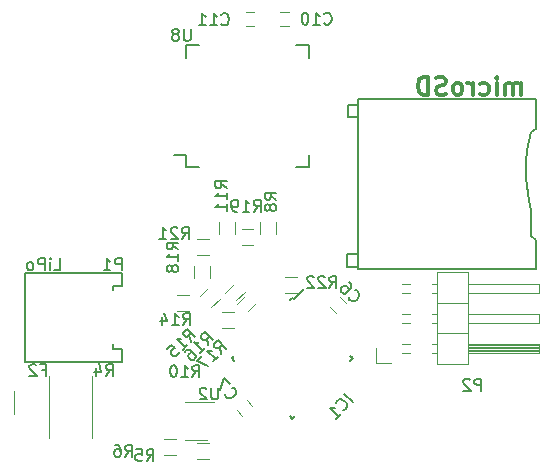
<source format=gbo>
G04 #@! TF.FileFunction,Legend,Bot*
%FSLAX46Y46*%
G04 Gerber Fmt 4.6, Leading zero omitted, Abs format (unit mm)*
G04 Created by KiCad (PCBNEW 4.0.6) date 07/07/17 15:40:45*
%MOMM*%
%LPD*%
G01*
G04 APERTURE LIST*
%ADD10C,0.100000*%
%ADD11C,0.150000*%
%ADD12C,0.120000*%
%ADD13C,0.200000*%
%ADD14C,0.304800*%
G04 APERTURE END LIST*
D10*
D11*
X44721000Y-44795000D02*
X44721000Y-43795000D01*
X55071000Y-44795000D02*
X55071000Y-43720000D01*
X55071000Y-34445000D02*
X55071000Y-35520000D01*
X44721000Y-34445000D02*
X44721000Y-35520000D01*
X44721000Y-44795000D02*
X45796000Y-44795000D01*
X44721000Y-34445000D02*
X45796000Y-34445000D01*
X55071000Y-34445000D02*
X53996000Y-34445000D01*
X55071000Y-44795000D02*
X53996000Y-44795000D01*
X44721000Y-43795000D02*
X43696000Y-43795000D01*
D12*
X48750000Y-57020000D02*
X47750000Y-57020000D01*
X47750000Y-58380000D02*
X48750000Y-58380000D01*
X58202081Y-56303553D02*
X57707107Y-55808579D01*
X56858579Y-56657107D02*
X57353553Y-57152081D01*
X50321751Y-64973223D02*
X49826777Y-64478249D01*
X48978249Y-65326777D02*
X49473223Y-65821751D01*
X30120000Y-63700000D02*
X30120000Y-65700000D01*
X33080000Y-65700000D02*
X33080000Y-63700000D01*
D11*
X53700000Y-55823476D02*
X53859099Y-55982575D01*
X48573476Y-60950000D02*
X48785608Y-61162132D01*
X53700000Y-66076524D02*
X53487868Y-65864392D01*
X58826524Y-60950000D02*
X58614392Y-60737868D01*
X53700000Y-55823476D02*
X53487868Y-56035608D01*
X58826524Y-60950000D02*
X58614392Y-61162132D01*
X53700000Y-66076524D02*
X53912132Y-65864392D01*
X48573476Y-60950000D02*
X48785608Y-60737868D01*
X53859099Y-55982575D02*
X54725305Y-55116369D01*
X38500000Y-55200000D02*
X38500000Y-54850000D01*
X31100000Y-61250000D02*
X39300000Y-61250000D01*
X39300000Y-61250000D02*
X39300000Y-60150000D01*
X39300000Y-60150000D02*
X38500000Y-60150000D01*
X38500000Y-60150000D02*
X38500000Y-59800000D01*
X38500000Y-54850000D02*
X39300000Y-54850000D01*
X39300000Y-54850000D02*
X39300000Y-53750000D01*
X39300000Y-53750000D02*
X31100000Y-53750000D01*
X31100000Y-53750000D02*
X31100000Y-61250000D01*
D12*
X65940000Y-61430000D02*
X65940000Y-58830000D01*
X65940000Y-58830000D02*
X68560000Y-58830000D01*
X68560000Y-58830000D02*
X68560000Y-61430000D01*
X68560000Y-61430000D02*
X65940000Y-61430000D01*
X68560000Y-60480000D02*
X68560000Y-59720000D01*
X68560000Y-59720000D02*
X74560000Y-59720000D01*
X74560000Y-59720000D02*
X74560000Y-60480000D01*
X74560000Y-60480000D02*
X68560000Y-60480000D01*
X65510000Y-60480000D02*
X65940000Y-60480000D01*
X65510000Y-59720000D02*
X65940000Y-59720000D01*
X62970000Y-60480000D02*
X63690000Y-60480000D01*
X62970000Y-59720000D02*
X63690000Y-59720000D01*
X68560000Y-60360000D02*
X74560000Y-60360000D01*
X68560000Y-60240000D02*
X74560000Y-60240000D01*
X68560000Y-60120000D02*
X74560000Y-60120000D01*
X68560000Y-60000000D02*
X74560000Y-60000000D01*
X68560000Y-59880000D02*
X74560000Y-59880000D01*
X68560000Y-59760000D02*
X74560000Y-59760000D01*
X65940000Y-58830000D02*
X65940000Y-56290000D01*
X65940000Y-56290000D02*
X68560000Y-56290000D01*
X68560000Y-56290000D02*
X68560000Y-58830000D01*
X68560000Y-58830000D02*
X65940000Y-58830000D01*
X68560000Y-57940000D02*
X68560000Y-57180000D01*
X68560000Y-57180000D02*
X74560000Y-57180000D01*
X74560000Y-57180000D02*
X74560000Y-57940000D01*
X74560000Y-57940000D02*
X68560000Y-57940000D01*
X65510000Y-57940000D02*
X65940000Y-57940000D01*
X65510000Y-57180000D02*
X65940000Y-57180000D01*
X62970000Y-57940000D02*
X63690000Y-57940000D01*
X62970000Y-57180000D02*
X63690000Y-57180000D01*
X65940000Y-56290000D02*
X65940000Y-53690000D01*
X65940000Y-53690000D02*
X68560000Y-53690000D01*
X68560000Y-53690000D02*
X68560000Y-56290000D01*
X68560000Y-56290000D02*
X65940000Y-56290000D01*
X68560000Y-55400000D02*
X68560000Y-54640000D01*
X68560000Y-54640000D02*
X74560000Y-54640000D01*
X74560000Y-54640000D02*
X74560000Y-55400000D01*
X74560000Y-55400000D02*
X68560000Y-55400000D01*
X65510000Y-55400000D02*
X65940000Y-55400000D01*
X65510000Y-54640000D02*
X65940000Y-54640000D01*
X62970000Y-55400000D02*
X63690000Y-55400000D01*
X62970000Y-54640000D02*
X63690000Y-54640000D01*
X60790000Y-60100000D02*
X60790000Y-61370000D01*
X60790000Y-61370000D02*
X62060000Y-61370000D01*
X33080000Y-62500000D02*
X33080000Y-67700000D01*
X36720000Y-67700000D02*
X36720000Y-62500000D01*
X45650000Y-69480000D02*
X46650000Y-69480000D01*
X46650000Y-68120000D02*
X45650000Y-68120000D01*
X42850000Y-69130000D02*
X43850000Y-69130000D01*
X43850000Y-67770000D02*
X42850000Y-67770000D01*
X52280000Y-50425000D02*
X52280000Y-49425000D01*
X50920000Y-49425000D02*
X50920000Y-50425000D01*
X48880000Y-50425000D02*
X48880000Y-49425000D01*
X47520000Y-49425000D02*
X47520000Y-50425000D01*
X43950000Y-56980000D02*
X44950000Y-56980000D01*
X44950000Y-55620000D02*
X43950000Y-55620000D01*
X46827279Y-56659386D02*
X47534386Y-55952279D01*
X46572721Y-54990614D02*
X45865614Y-55697721D01*
X48977279Y-56384386D02*
X49684386Y-55677279D01*
X48722721Y-54715614D02*
X48015614Y-55422721D01*
X49927279Y-56984386D02*
X50634386Y-56277279D01*
X49672721Y-55315614D02*
X48965614Y-56022721D01*
X46755000Y-54150000D02*
X46755000Y-53150000D01*
X45395000Y-53150000D02*
X45395000Y-54150000D01*
X49400000Y-51355000D02*
X50400000Y-51355000D01*
X50400000Y-49995000D02*
X49400000Y-49995000D01*
X46600000Y-50870000D02*
X45600000Y-50870000D01*
X45600000Y-52230000D02*
X46600000Y-52230000D01*
X54075000Y-54070000D02*
X53075000Y-54070000D01*
X53075000Y-55430000D02*
X54075000Y-55430000D01*
X46450000Y-67910000D02*
X44650000Y-67910000D01*
X44650000Y-64690000D02*
X47100000Y-64690000D01*
X50463500Y-31658000D02*
X49763500Y-31658000D01*
X49763500Y-32858000D02*
X50463500Y-32858000D01*
D13*
X73593960Y-43327320D02*
X73893680Y-41828720D01*
X73893680Y-48427640D02*
X73693020Y-47627540D01*
X73693020Y-47627540D02*
X73494900Y-45727620D01*
X73494900Y-45727620D02*
X73494900Y-44427140D01*
X73494900Y-44427140D02*
X73593960Y-43327320D01*
X73893680Y-48427640D02*
X73893680Y-50627280D01*
X73893680Y-50629820D02*
X74295000Y-50929540D01*
X74295000Y-41529000D02*
X74295000Y-39027100D01*
X74295000Y-50927000D02*
X74295000Y-53428900D01*
X74295000Y-41529000D02*
X73893680Y-41828720D01*
X58293000Y-52128420D02*
X58293000Y-53228240D01*
X58293000Y-52128420D02*
X59293760Y-52128420D01*
X59293760Y-53228240D02*
X58293000Y-53228240D01*
X58394600Y-40528240D02*
X58394600Y-39527480D01*
X59293760Y-40528240D02*
X58394600Y-40528240D01*
X58394600Y-39527480D02*
X59293760Y-39527480D01*
X74295000Y-39027100D02*
X59293760Y-39027100D01*
X59293760Y-39027100D02*
X59293760Y-53428900D01*
X59293760Y-53428900D02*
X74295000Y-53428900D01*
D12*
X52684500Y-32858000D02*
X53384500Y-32858000D01*
X53384500Y-31658000D02*
X52684500Y-31658000D01*
D11*
X45084905Y-33107381D02*
X45084905Y-33916905D01*
X45037286Y-34012143D01*
X44989667Y-34059762D01*
X44894429Y-34107381D01*
X44703952Y-34107381D01*
X44608714Y-34059762D01*
X44561095Y-34012143D01*
X44513476Y-33916905D01*
X44513476Y-33107381D01*
X43894429Y-33535952D02*
X43989667Y-33488333D01*
X44037286Y-33440714D01*
X44084905Y-33345476D01*
X44084905Y-33297857D01*
X44037286Y-33202619D01*
X43989667Y-33155000D01*
X43894429Y-33107381D01*
X43703952Y-33107381D01*
X43608714Y-33155000D01*
X43561095Y-33202619D01*
X43513476Y-33297857D01*
X43513476Y-33345476D01*
X43561095Y-33440714D01*
X43608714Y-33488333D01*
X43703952Y-33535952D01*
X43894429Y-33535952D01*
X43989667Y-33583571D01*
X44037286Y-33631190D01*
X44084905Y-33726429D01*
X44084905Y-33916905D01*
X44037286Y-34012143D01*
X43989667Y-34059762D01*
X43894429Y-34107381D01*
X43703952Y-34107381D01*
X43608714Y-34059762D01*
X43561095Y-34012143D01*
X43513476Y-33916905D01*
X43513476Y-33726429D01*
X43561095Y-33631190D01*
X43608714Y-33583571D01*
X43703952Y-33535952D01*
X45242857Y-62552381D02*
X45576191Y-62076190D01*
X45814286Y-62552381D02*
X45814286Y-61552381D01*
X45433333Y-61552381D01*
X45338095Y-61600000D01*
X45290476Y-61647619D01*
X45242857Y-61742857D01*
X45242857Y-61885714D01*
X45290476Y-61980952D01*
X45338095Y-62028571D01*
X45433333Y-62076190D01*
X45814286Y-62076190D01*
X44290476Y-62552381D02*
X44861905Y-62552381D01*
X44576191Y-62552381D02*
X44576191Y-61552381D01*
X44671429Y-61695238D01*
X44766667Y-61790476D01*
X44861905Y-61838095D01*
X43671429Y-61552381D02*
X43576190Y-61552381D01*
X43480952Y-61600000D01*
X43433333Y-61647619D01*
X43385714Y-61742857D01*
X43338095Y-61933333D01*
X43338095Y-62171429D01*
X43385714Y-62361905D01*
X43433333Y-62457143D01*
X43480952Y-62504762D01*
X43576190Y-62552381D01*
X43671429Y-62552381D01*
X43766667Y-62504762D01*
X43814286Y-62457143D01*
X43861905Y-62361905D01*
X43909524Y-62171429D01*
X43909524Y-61933333D01*
X43861905Y-61742857D01*
X43814286Y-61647619D01*
X43766667Y-61600000D01*
X43671429Y-61552381D01*
X58456302Y-55790059D02*
X58456302Y-55857402D01*
X58523646Y-55992089D01*
X58590989Y-56059433D01*
X58725677Y-56126777D01*
X58860364Y-56126777D01*
X58961379Y-56093105D01*
X59129737Y-55992090D01*
X59230753Y-55891074D01*
X59331768Y-55722715D01*
X59365440Y-55621700D01*
X59365440Y-55487013D01*
X59298096Y-55352326D01*
X59230753Y-55284982D01*
X59096066Y-55217639D01*
X59028722Y-55217639D01*
X58489974Y-54544204D02*
X58624662Y-54678892D01*
X58658333Y-54779907D01*
X58658333Y-54847250D01*
X58624662Y-55015609D01*
X58523647Y-55183967D01*
X58254272Y-55453342D01*
X58153257Y-55487013D01*
X58085914Y-55487013D01*
X57984898Y-55453342D01*
X57850211Y-55318654D01*
X57816539Y-55217639D01*
X57816539Y-55150296D01*
X57850211Y-55049280D01*
X58018569Y-54880922D01*
X58119585Y-54847249D01*
X58186929Y-54847249D01*
X58287944Y-54880921D01*
X58422631Y-55015609D01*
X58456303Y-55116624D01*
X58456303Y-55183967D01*
X58422631Y-55284983D01*
X48015312Y-64020389D02*
X48015312Y-64087732D01*
X48082656Y-64222419D01*
X48149999Y-64289763D01*
X48284687Y-64357107D01*
X48419374Y-64357107D01*
X48520389Y-64323435D01*
X48688747Y-64222420D01*
X48789763Y-64121404D01*
X48890778Y-63953045D01*
X48924450Y-63852030D01*
X48924450Y-63717343D01*
X48857106Y-63582656D01*
X48789763Y-63515312D01*
X48655076Y-63447969D01*
X48587732Y-63447969D01*
X48419374Y-63144924D02*
X47947969Y-62673519D01*
X47543908Y-63683672D01*
X32483333Y-61928571D02*
X32816667Y-61928571D01*
X32816667Y-62452381D02*
X32816667Y-61452381D01*
X32340476Y-61452381D01*
X32007143Y-61547619D02*
X31959524Y-61500000D01*
X31864286Y-61452381D01*
X31626190Y-61452381D01*
X31530952Y-61500000D01*
X31483333Y-61547619D01*
X31435714Y-61642857D01*
X31435714Y-61738095D01*
X31483333Y-61880952D01*
X32054762Y-62452381D01*
X31435714Y-62452381D01*
X58810152Y-64679611D02*
X58103045Y-63972504D01*
X58002030Y-65353046D02*
X58069374Y-65353046D01*
X58204061Y-65285703D01*
X58271404Y-65218359D01*
X58338748Y-65083672D01*
X58338748Y-64948985D01*
X58305076Y-64847970D01*
X58204061Y-64679611D01*
X58103045Y-64578595D01*
X57934687Y-64477580D01*
X57833672Y-64443908D01*
X57698985Y-64443908D01*
X57564297Y-64511253D01*
X57496954Y-64578596D01*
X57429610Y-64713283D01*
X57429610Y-64780626D01*
X57395939Y-66093825D02*
X57800000Y-65689763D01*
X57597970Y-65891794D02*
X56890863Y-65184687D01*
X57059222Y-65218359D01*
X57193908Y-65218359D01*
X57294924Y-65184687D01*
X39238095Y-53502381D02*
X39238095Y-52502381D01*
X38857142Y-52502381D01*
X38761904Y-52550000D01*
X38714285Y-52597619D01*
X38666666Y-52692857D01*
X38666666Y-52835714D01*
X38714285Y-52930952D01*
X38761904Y-52978571D01*
X38857142Y-53026190D01*
X39238095Y-53026190D01*
X37714285Y-53502381D02*
X38285714Y-53502381D01*
X38000000Y-53502381D02*
X38000000Y-52502381D01*
X38095238Y-52645238D01*
X38190476Y-52740476D01*
X38285714Y-52788095D01*
X33530952Y-53502381D02*
X34007143Y-53502381D01*
X34007143Y-52502381D01*
X33197619Y-53502381D02*
X33197619Y-52835714D01*
X33197619Y-52502381D02*
X33245238Y-52550000D01*
X33197619Y-52597619D01*
X33150000Y-52550000D01*
X33197619Y-52502381D01*
X33197619Y-52597619D01*
X32721429Y-53502381D02*
X32721429Y-52502381D01*
X32340476Y-52502381D01*
X32245238Y-52550000D01*
X32197619Y-52597619D01*
X32150000Y-52692857D01*
X32150000Y-52835714D01*
X32197619Y-52930952D01*
X32245238Y-52978571D01*
X32340476Y-53026190D01*
X32721429Y-53026190D01*
X31578572Y-53502381D02*
X31673810Y-53454762D01*
X31721429Y-53407143D01*
X31769048Y-53311905D01*
X31769048Y-53026190D01*
X31721429Y-52930952D01*
X31673810Y-52883333D01*
X31578572Y-52835714D01*
X31435714Y-52835714D01*
X31340476Y-52883333D01*
X31292857Y-52930952D01*
X31245238Y-53026190D01*
X31245238Y-53311905D01*
X31292857Y-53407143D01*
X31340476Y-53454762D01*
X31435714Y-53502381D01*
X31578572Y-53502381D01*
X69688095Y-63702381D02*
X69688095Y-62702381D01*
X69307142Y-62702381D01*
X69211904Y-62750000D01*
X69164285Y-62797619D01*
X69116666Y-62892857D01*
X69116666Y-63035714D01*
X69164285Y-63130952D01*
X69211904Y-63178571D01*
X69307142Y-63226190D01*
X69688095Y-63226190D01*
X68735714Y-62797619D02*
X68688095Y-62750000D01*
X68592857Y-62702381D01*
X68354761Y-62702381D01*
X68259523Y-62750000D01*
X68211904Y-62797619D01*
X68164285Y-62892857D01*
X68164285Y-62988095D01*
X68211904Y-63130952D01*
X68783333Y-63702381D01*
X68164285Y-63702381D01*
X37916666Y-62452381D02*
X38250000Y-61976190D01*
X38488095Y-62452381D02*
X38488095Y-61452381D01*
X38107142Y-61452381D01*
X38011904Y-61500000D01*
X37964285Y-61547619D01*
X37916666Y-61642857D01*
X37916666Y-61785714D01*
X37964285Y-61880952D01*
X38011904Y-61928571D01*
X38107142Y-61976190D01*
X38488095Y-61976190D01*
X37059523Y-61785714D02*
X37059523Y-62452381D01*
X37297619Y-61404762D02*
X37535714Y-62119048D01*
X36916666Y-62119048D01*
X41366666Y-69652381D02*
X41700000Y-69176190D01*
X41938095Y-69652381D02*
X41938095Y-68652381D01*
X41557142Y-68652381D01*
X41461904Y-68700000D01*
X41414285Y-68747619D01*
X41366666Y-68842857D01*
X41366666Y-68985714D01*
X41414285Y-69080952D01*
X41461904Y-69128571D01*
X41557142Y-69176190D01*
X41938095Y-69176190D01*
X40461904Y-68652381D02*
X40938095Y-68652381D01*
X40985714Y-69128571D01*
X40938095Y-69080952D01*
X40842857Y-69033333D01*
X40604761Y-69033333D01*
X40509523Y-69080952D01*
X40461904Y-69128571D01*
X40414285Y-69223810D01*
X40414285Y-69461905D01*
X40461904Y-69557143D01*
X40509523Y-69604762D01*
X40604761Y-69652381D01*
X40842857Y-69652381D01*
X40938095Y-69604762D01*
X40985714Y-69557143D01*
X39566666Y-69302381D02*
X39900000Y-68826190D01*
X40138095Y-69302381D02*
X40138095Y-68302381D01*
X39757142Y-68302381D01*
X39661904Y-68350000D01*
X39614285Y-68397619D01*
X39566666Y-68492857D01*
X39566666Y-68635714D01*
X39614285Y-68730952D01*
X39661904Y-68778571D01*
X39757142Y-68826190D01*
X40138095Y-68826190D01*
X38709523Y-68302381D02*
X38900000Y-68302381D01*
X38995238Y-68350000D01*
X39042857Y-68397619D01*
X39138095Y-68540476D01*
X39185714Y-68730952D01*
X39185714Y-69111905D01*
X39138095Y-69207143D01*
X39090476Y-69254762D01*
X38995238Y-69302381D01*
X38804761Y-69302381D01*
X38709523Y-69254762D01*
X38661904Y-69207143D01*
X38614285Y-69111905D01*
X38614285Y-68873810D01*
X38661904Y-68778571D01*
X38709523Y-68730952D01*
X38804761Y-68683333D01*
X38995238Y-68683333D01*
X39090476Y-68730952D01*
X39138095Y-68778571D01*
X39185714Y-68873810D01*
X52352381Y-47533334D02*
X51876190Y-47200000D01*
X52352381Y-46961905D02*
X51352381Y-46961905D01*
X51352381Y-47342858D01*
X51400000Y-47438096D01*
X51447619Y-47485715D01*
X51542857Y-47533334D01*
X51685714Y-47533334D01*
X51780952Y-47485715D01*
X51828571Y-47438096D01*
X51876190Y-47342858D01*
X51876190Y-46961905D01*
X51780952Y-48104762D02*
X51733333Y-48009524D01*
X51685714Y-47961905D01*
X51590476Y-47914286D01*
X51542857Y-47914286D01*
X51447619Y-47961905D01*
X51400000Y-48009524D01*
X51352381Y-48104762D01*
X51352381Y-48295239D01*
X51400000Y-48390477D01*
X51447619Y-48438096D01*
X51542857Y-48485715D01*
X51590476Y-48485715D01*
X51685714Y-48438096D01*
X51733333Y-48390477D01*
X51780952Y-48295239D01*
X51780952Y-48104762D01*
X51828571Y-48009524D01*
X51876190Y-47961905D01*
X51971429Y-47914286D01*
X52161905Y-47914286D01*
X52257143Y-47961905D01*
X52304762Y-48009524D01*
X52352381Y-48104762D01*
X52352381Y-48295239D01*
X52304762Y-48390477D01*
X52257143Y-48438096D01*
X52161905Y-48485715D01*
X51971429Y-48485715D01*
X51876190Y-48438096D01*
X51828571Y-48390477D01*
X51780952Y-48295239D01*
X48152381Y-46557143D02*
X47676190Y-46223809D01*
X48152381Y-45985714D02*
X47152381Y-45985714D01*
X47152381Y-46366667D01*
X47200000Y-46461905D01*
X47247619Y-46509524D01*
X47342857Y-46557143D01*
X47485714Y-46557143D01*
X47580952Y-46509524D01*
X47628571Y-46461905D01*
X47676190Y-46366667D01*
X47676190Y-45985714D01*
X48152381Y-47509524D02*
X48152381Y-46938095D01*
X48152381Y-47223809D02*
X47152381Y-47223809D01*
X47295238Y-47128571D01*
X47390476Y-47033333D01*
X47438095Y-46938095D01*
X48152381Y-48461905D02*
X48152381Y-47890476D01*
X48152381Y-48176190D02*
X47152381Y-48176190D01*
X47295238Y-48080952D01*
X47390476Y-47985714D01*
X47438095Y-47890476D01*
X44442857Y-58152381D02*
X44776191Y-57676190D01*
X45014286Y-58152381D02*
X45014286Y-57152381D01*
X44633333Y-57152381D01*
X44538095Y-57200000D01*
X44490476Y-57247619D01*
X44442857Y-57342857D01*
X44442857Y-57485714D01*
X44490476Y-57580952D01*
X44538095Y-57628571D01*
X44633333Y-57676190D01*
X45014286Y-57676190D01*
X43490476Y-58152381D02*
X44061905Y-58152381D01*
X43776191Y-58152381D02*
X43776191Y-57152381D01*
X43871429Y-57295238D01*
X43966667Y-57390476D01*
X44061905Y-57438095D01*
X42633333Y-57485714D02*
X42633333Y-58152381D01*
X42871429Y-57104762D02*
X43109524Y-57819048D01*
X42490476Y-57819048D01*
X45074450Y-59565313D02*
X44973435Y-58992893D01*
X45478512Y-59161252D02*
X44771405Y-58454145D01*
X44502030Y-58723519D01*
X44468359Y-58824535D01*
X44468359Y-58891878D01*
X44502030Y-58992893D01*
X44603045Y-59093908D01*
X44704061Y-59127580D01*
X44771404Y-59127580D01*
X44872419Y-59093908D01*
X45141794Y-58824534D01*
X44401015Y-60238748D02*
X44805076Y-59834687D01*
X44603046Y-60036717D02*
X43895939Y-59329610D01*
X44064298Y-59363282D01*
X44198985Y-59363282D01*
X44300000Y-59329610D01*
X43054145Y-60171405D02*
X43390863Y-59834687D01*
X43761252Y-60137732D01*
X43693908Y-60137732D01*
X43592893Y-60171404D01*
X43424534Y-60339763D01*
X43390862Y-60440778D01*
X43390862Y-60508122D01*
X43424535Y-60609138D01*
X43592893Y-60777496D01*
X43693908Y-60811168D01*
X43761252Y-60811168D01*
X43862267Y-60777496D01*
X44030626Y-60609137D01*
X44064298Y-60508122D01*
X44064298Y-60440778D01*
X46574450Y-59865313D02*
X46473435Y-59292893D01*
X46978512Y-59461252D02*
X46271405Y-58754145D01*
X46002030Y-59023519D01*
X45968359Y-59124535D01*
X45968359Y-59191878D01*
X46002030Y-59292893D01*
X46103045Y-59393908D01*
X46204061Y-59427580D01*
X46271404Y-59427580D01*
X46372419Y-59393908D01*
X46641794Y-59124534D01*
X45901015Y-60538748D02*
X46305076Y-60134687D01*
X46103046Y-60336717D02*
X45395939Y-59629610D01*
X45564298Y-59663282D01*
X45698985Y-59663282D01*
X45800000Y-59629610D01*
X44587817Y-60437733D02*
X44722504Y-60303045D01*
X44823519Y-60269374D01*
X44890863Y-60269374D01*
X45059222Y-60303045D01*
X45227580Y-60404061D01*
X45496955Y-60673435D01*
X45530626Y-60774450D01*
X45530626Y-60841794D01*
X45496955Y-60942809D01*
X45362267Y-61077496D01*
X45261252Y-61111168D01*
X45193908Y-61111168D01*
X45092893Y-61077496D01*
X44924535Y-60909138D01*
X44890862Y-60808122D01*
X44890862Y-60740778D01*
X44924534Y-60639763D01*
X45059222Y-60505076D01*
X45160237Y-60471404D01*
X45227580Y-60471404D01*
X45328596Y-60505076D01*
X47674450Y-60565313D02*
X47573435Y-59992893D01*
X48078512Y-60161252D02*
X47371405Y-59454145D01*
X47102030Y-59723519D01*
X47068359Y-59824535D01*
X47068359Y-59891878D01*
X47102030Y-59992893D01*
X47203045Y-60093908D01*
X47304061Y-60127580D01*
X47371404Y-60127580D01*
X47472419Y-60093908D01*
X47741794Y-59824534D01*
X47001015Y-61238748D02*
X47405076Y-60834687D01*
X47203046Y-61036717D02*
X46495939Y-60329610D01*
X46664298Y-60363282D01*
X46798985Y-60363282D01*
X46900000Y-60329610D01*
X46058206Y-60767343D02*
X45586802Y-61238748D01*
X46596955Y-61642809D01*
X44052381Y-51757143D02*
X43576190Y-51423809D01*
X44052381Y-51185714D02*
X43052381Y-51185714D01*
X43052381Y-51566667D01*
X43100000Y-51661905D01*
X43147619Y-51709524D01*
X43242857Y-51757143D01*
X43385714Y-51757143D01*
X43480952Y-51709524D01*
X43528571Y-51661905D01*
X43576190Y-51566667D01*
X43576190Y-51185714D01*
X44052381Y-52709524D02*
X44052381Y-52138095D01*
X44052381Y-52423809D02*
X43052381Y-52423809D01*
X43195238Y-52328571D01*
X43290476Y-52233333D01*
X43338095Y-52138095D01*
X43480952Y-53280952D02*
X43433333Y-53185714D01*
X43385714Y-53138095D01*
X43290476Y-53090476D01*
X43242857Y-53090476D01*
X43147619Y-53138095D01*
X43100000Y-53185714D01*
X43052381Y-53280952D01*
X43052381Y-53471429D01*
X43100000Y-53566667D01*
X43147619Y-53614286D01*
X43242857Y-53661905D01*
X43290476Y-53661905D01*
X43385714Y-53614286D01*
X43433333Y-53566667D01*
X43480952Y-53471429D01*
X43480952Y-53280952D01*
X43528571Y-53185714D01*
X43576190Y-53138095D01*
X43671429Y-53090476D01*
X43861905Y-53090476D01*
X43957143Y-53138095D01*
X44004762Y-53185714D01*
X44052381Y-53280952D01*
X44052381Y-53471429D01*
X44004762Y-53566667D01*
X43957143Y-53614286D01*
X43861905Y-53661905D01*
X43671429Y-53661905D01*
X43576190Y-53614286D01*
X43528571Y-53566667D01*
X43480952Y-53471429D01*
X50442857Y-48552381D02*
X50776191Y-48076190D01*
X51014286Y-48552381D02*
X51014286Y-47552381D01*
X50633333Y-47552381D01*
X50538095Y-47600000D01*
X50490476Y-47647619D01*
X50442857Y-47742857D01*
X50442857Y-47885714D01*
X50490476Y-47980952D01*
X50538095Y-48028571D01*
X50633333Y-48076190D01*
X51014286Y-48076190D01*
X49490476Y-48552381D02*
X50061905Y-48552381D01*
X49776191Y-48552381D02*
X49776191Y-47552381D01*
X49871429Y-47695238D01*
X49966667Y-47790476D01*
X50061905Y-47838095D01*
X49014286Y-48552381D02*
X48823810Y-48552381D01*
X48728571Y-48504762D01*
X48680952Y-48457143D01*
X48585714Y-48314286D01*
X48538095Y-48123810D01*
X48538095Y-47742857D01*
X48585714Y-47647619D01*
X48633333Y-47600000D01*
X48728571Y-47552381D01*
X48919048Y-47552381D01*
X49014286Y-47600000D01*
X49061905Y-47647619D01*
X49109524Y-47742857D01*
X49109524Y-47980952D01*
X49061905Y-48076190D01*
X49014286Y-48123810D01*
X48919048Y-48171429D01*
X48728571Y-48171429D01*
X48633333Y-48123810D01*
X48585714Y-48076190D01*
X48538095Y-47980952D01*
X44342857Y-50852381D02*
X44676191Y-50376190D01*
X44914286Y-50852381D02*
X44914286Y-49852381D01*
X44533333Y-49852381D01*
X44438095Y-49900000D01*
X44390476Y-49947619D01*
X44342857Y-50042857D01*
X44342857Y-50185714D01*
X44390476Y-50280952D01*
X44438095Y-50328571D01*
X44533333Y-50376190D01*
X44914286Y-50376190D01*
X43961905Y-49947619D02*
X43914286Y-49900000D01*
X43819048Y-49852381D01*
X43580952Y-49852381D01*
X43485714Y-49900000D01*
X43438095Y-49947619D01*
X43390476Y-50042857D01*
X43390476Y-50138095D01*
X43438095Y-50280952D01*
X44009524Y-50852381D01*
X43390476Y-50852381D01*
X42438095Y-50852381D02*
X43009524Y-50852381D01*
X42723810Y-50852381D02*
X42723810Y-49852381D01*
X42819048Y-49995238D01*
X42914286Y-50090476D01*
X43009524Y-50138095D01*
X56842857Y-55002381D02*
X57176191Y-54526190D01*
X57414286Y-55002381D02*
X57414286Y-54002381D01*
X57033333Y-54002381D01*
X56938095Y-54050000D01*
X56890476Y-54097619D01*
X56842857Y-54192857D01*
X56842857Y-54335714D01*
X56890476Y-54430952D01*
X56938095Y-54478571D01*
X57033333Y-54526190D01*
X57414286Y-54526190D01*
X56461905Y-54097619D02*
X56414286Y-54050000D01*
X56319048Y-54002381D01*
X56080952Y-54002381D01*
X55985714Y-54050000D01*
X55938095Y-54097619D01*
X55890476Y-54192857D01*
X55890476Y-54288095D01*
X55938095Y-54430952D01*
X56509524Y-55002381D01*
X55890476Y-55002381D01*
X55509524Y-54097619D02*
X55461905Y-54050000D01*
X55366667Y-54002381D01*
X55128571Y-54002381D01*
X55033333Y-54050000D01*
X54985714Y-54097619D01*
X54938095Y-54192857D01*
X54938095Y-54288095D01*
X54985714Y-54430952D01*
X55557143Y-55002381D01*
X54938095Y-55002381D01*
X47411905Y-63452381D02*
X47411905Y-64261905D01*
X47364286Y-64357143D01*
X47316667Y-64404762D01*
X47221429Y-64452381D01*
X47030952Y-64452381D01*
X46935714Y-64404762D01*
X46888095Y-64357143D01*
X46840476Y-64261905D01*
X46840476Y-63452381D01*
X46411905Y-63547619D02*
X46364286Y-63500000D01*
X46269048Y-63452381D01*
X46030952Y-63452381D01*
X45935714Y-63500000D01*
X45888095Y-63547619D01*
X45840476Y-63642857D01*
X45840476Y-63738095D01*
X45888095Y-63880952D01*
X46459524Y-64452381D01*
X45840476Y-64452381D01*
X47696357Y-32678643D02*
X47743976Y-32726262D01*
X47886833Y-32773881D01*
X47982071Y-32773881D01*
X48124929Y-32726262D01*
X48220167Y-32631024D01*
X48267786Y-32535786D01*
X48315405Y-32345310D01*
X48315405Y-32202452D01*
X48267786Y-32011976D01*
X48220167Y-31916738D01*
X48124929Y-31821500D01*
X47982071Y-31773881D01*
X47886833Y-31773881D01*
X47743976Y-31821500D01*
X47696357Y-31869119D01*
X46743976Y-32773881D02*
X47315405Y-32773881D01*
X47029691Y-32773881D02*
X47029691Y-31773881D01*
X47124929Y-31916738D01*
X47220167Y-32011976D01*
X47315405Y-32059595D01*
X45791595Y-32773881D02*
X46363024Y-32773881D01*
X46077310Y-32773881D02*
X46077310Y-31773881D01*
X46172548Y-31916738D01*
X46267786Y-32011976D01*
X46363024Y-32059595D01*
D14*
X73025000Y-38662429D02*
X73025000Y-37646429D01*
X73025000Y-37791571D02*
X72952428Y-37719000D01*
X72807286Y-37646429D01*
X72589571Y-37646429D01*
X72444428Y-37719000D01*
X72371857Y-37864143D01*
X72371857Y-38662429D01*
X72371857Y-37864143D02*
X72299286Y-37719000D01*
X72154143Y-37646429D01*
X71936428Y-37646429D01*
X71791286Y-37719000D01*
X71718714Y-37864143D01*
X71718714Y-38662429D01*
X70993000Y-38662429D02*
X70993000Y-37646429D01*
X70993000Y-37138429D02*
X71065571Y-37211000D01*
X70993000Y-37283571D01*
X70920428Y-37211000D01*
X70993000Y-37138429D01*
X70993000Y-37283571D01*
X69614143Y-38589857D02*
X69759286Y-38662429D01*
X70049572Y-38662429D01*
X70194714Y-38589857D01*
X70267286Y-38517286D01*
X70339857Y-38372143D01*
X70339857Y-37936714D01*
X70267286Y-37791571D01*
X70194714Y-37719000D01*
X70049572Y-37646429D01*
X69759286Y-37646429D01*
X69614143Y-37719000D01*
X68961000Y-38662429D02*
X68961000Y-37646429D01*
X68961000Y-37936714D02*
X68888428Y-37791571D01*
X68815857Y-37719000D01*
X68670714Y-37646429D01*
X68525571Y-37646429D01*
X67799857Y-38662429D02*
X67944999Y-38589857D01*
X68017571Y-38517286D01*
X68090142Y-38372143D01*
X68090142Y-37936714D01*
X68017571Y-37791571D01*
X67944999Y-37719000D01*
X67799857Y-37646429D01*
X67582142Y-37646429D01*
X67436999Y-37719000D01*
X67364428Y-37791571D01*
X67291857Y-37936714D01*
X67291857Y-38372143D01*
X67364428Y-38517286D01*
X67436999Y-38589857D01*
X67582142Y-38662429D01*
X67799857Y-38662429D01*
X66711285Y-38589857D02*
X66493571Y-38662429D01*
X66130714Y-38662429D01*
X65985571Y-38589857D01*
X65913000Y-38517286D01*
X65840428Y-38372143D01*
X65840428Y-38227000D01*
X65913000Y-38081857D01*
X65985571Y-38009286D01*
X66130714Y-37936714D01*
X66421000Y-37864143D01*
X66566142Y-37791571D01*
X66638714Y-37719000D01*
X66711285Y-37573857D01*
X66711285Y-37428714D01*
X66638714Y-37283571D01*
X66566142Y-37211000D01*
X66421000Y-37138429D01*
X66058142Y-37138429D01*
X65840428Y-37211000D01*
X65187285Y-38662429D02*
X65187285Y-37138429D01*
X64824428Y-37138429D01*
X64606713Y-37211000D01*
X64461571Y-37356143D01*
X64388999Y-37501286D01*
X64316428Y-37791571D01*
X64316428Y-38009286D01*
X64388999Y-38299571D01*
X64461571Y-38444714D01*
X64606713Y-38589857D01*
X64824428Y-38662429D01*
X65187285Y-38662429D01*
D11*
X56395857Y-32615143D02*
X56443476Y-32662762D01*
X56586333Y-32710381D01*
X56681571Y-32710381D01*
X56824429Y-32662762D01*
X56919667Y-32567524D01*
X56967286Y-32472286D01*
X57014905Y-32281810D01*
X57014905Y-32138952D01*
X56967286Y-31948476D01*
X56919667Y-31853238D01*
X56824429Y-31758000D01*
X56681571Y-31710381D01*
X56586333Y-31710381D01*
X56443476Y-31758000D01*
X56395857Y-31805619D01*
X55443476Y-32710381D02*
X56014905Y-32710381D01*
X55729191Y-32710381D02*
X55729191Y-31710381D01*
X55824429Y-31853238D01*
X55919667Y-31948476D01*
X56014905Y-31996095D01*
X54824429Y-31710381D02*
X54729190Y-31710381D01*
X54633952Y-31758000D01*
X54586333Y-31805619D01*
X54538714Y-31900857D01*
X54491095Y-32091333D01*
X54491095Y-32329429D01*
X54538714Y-32519905D01*
X54586333Y-32615143D01*
X54633952Y-32662762D01*
X54729190Y-32710381D01*
X54824429Y-32710381D01*
X54919667Y-32662762D01*
X54967286Y-32615143D01*
X55014905Y-32519905D01*
X55062524Y-32329429D01*
X55062524Y-32091333D01*
X55014905Y-31900857D01*
X54967286Y-31805619D01*
X54919667Y-31758000D01*
X54824429Y-31710381D01*
M02*

</source>
